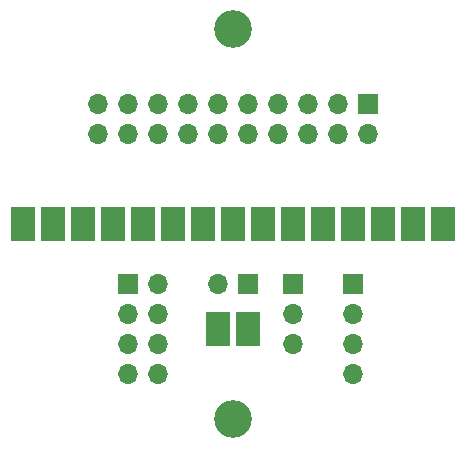
<source format=gts>
G04 #@! TF.GenerationSoftware,KiCad,Pcbnew,(5.1.10)-1*
G04 #@! TF.CreationDate,2022-05-03T00:12:14-07:00*
G04 #@! TF.ProjectId,DUBloon,4455426c-6f6f-46e2-9e6b-696361645f70,rev?*
G04 #@! TF.SameCoordinates,Original*
G04 #@! TF.FileFunction,Soldermask,Top*
G04 #@! TF.FilePolarity,Negative*
%FSLAX46Y46*%
G04 Gerber Fmt 4.6, Leading zero omitted, Abs format (unit mm)*
G04 Created by KiCad (PCBNEW (5.1.10)-1) date 2022-05-03 00:12:14*
%MOMM*%
%LPD*%
G01*
G04 APERTURE LIST*
%ADD10R,1.700000X1.700000*%
%ADD11O,1.700000X1.700000*%
%ADD12R,2.000000X3.000000*%
%ADD13C,3.200000*%
G04 APERTURE END LIST*
D10*
X153670000Y-80010000D03*
D11*
X151130000Y-80010000D03*
D10*
X157480000Y-80010000D03*
D11*
X157480000Y-82550000D03*
X157480000Y-85090000D03*
D10*
X162560000Y-80010000D03*
D11*
X162560000Y-82550000D03*
X162560000Y-85090000D03*
X162560000Y-87630000D03*
D10*
X143510000Y-80010000D03*
D11*
X146050000Y-80010000D03*
X143510000Y-82550000D03*
X146050000Y-82550000D03*
X143510000Y-85090000D03*
X146050000Y-85090000D03*
X143510000Y-87630000D03*
X146050000Y-87630000D03*
D12*
X153670000Y-83820000D03*
X151130000Y-83820000D03*
D13*
X152400000Y-91440000D03*
X152400000Y-58420000D03*
D12*
X134620000Y-74930000D03*
X137160000Y-74930000D03*
X139700000Y-74930000D03*
X142240000Y-74930000D03*
X144780000Y-74930000D03*
X147320000Y-74930000D03*
X149860000Y-74930000D03*
X152400000Y-74930000D03*
X154940000Y-74930000D03*
X157480000Y-74930000D03*
X160020000Y-74930000D03*
X162560000Y-74930000D03*
X165100000Y-74930000D03*
X167640000Y-74930000D03*
X170180000Y-74930000D03*
D10*
X163830000Y-64770000D03*
D11*
X163830000Y-67310000D03*
X161290000Y-64770000D03*
X161290000Y-67310000D03*
X158750000Y-64770000D03*
X158750000Y-67310000D03*
X156210000Y-64770000D03*
X156210000Y-67310000D03*
X153670000Y-64770000D03*
X153670000Y-67310000D03*
X151130000Y-64770000D03*
X151130000Y-67310000D03*
X148590000Y-64770000D03*
X148590000Y-67310000D03*
X146050000Y-64770000D03*
X146050000Y-67310000D03*
X143510000Y-64770000D03*
X143510000Y-67310000D03*
X140970000Y-64770000D03*
X140970000Y-67310000D03*
M02*

</source>
